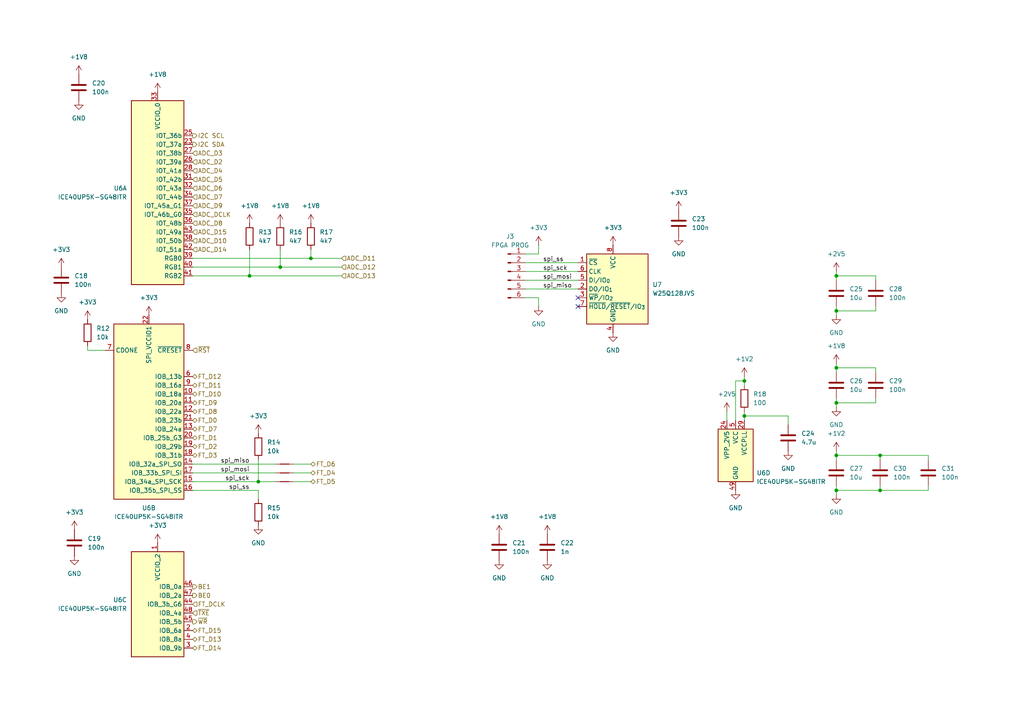
<source format=kicad_sch>
(kicad_sch (version 20250114) (generator "eeschema") (generator_version "9.0")
  (paper "A4")
  (title_block (title "FPGA") (date "2026-02-19") (rev "1") (company "Emmanuel Koutsouklakis") (comment 1 "Lattice iCE40 to handle CDC between ADC and FT600"))
  (lib_symbols
    (symbol "Connector:Conn_01x06_Pin" (pin_names (offset 1.016) (hide yes))
      (property "Reference" "J" (at 0 7.62 0))
      (property "Value" "Conn_01x06_Pin" (at 0 -10.16 0))
      (symbol "Conn_01x06_Pin_1_1"
        (rectangle (start 0.8636 5.207) (end 0 4.953) (stroke (width 0.1524)) (fill (type outline)))
        (rectangle (start 0.8636 2.667) (end 0 2.413) (stroke (width 0.1524)) (fill (type outline)))
        (rectangle (start 0.8636 0.127) (end 0 -0.127) (stroke (width 0.1524)) (fill (type outline)))
        (rectangle (start 0.8636 -2.413) (end 0 -2.667) (stroke (width 0.1524)) (fill (type outline)))
        (rectangle (start 0.8636 -4.953) (end 0 -5.207) (stroke (width 0.1524)) (fill (type outline)))
        (rectangle (start 0.8636 -7.493) (end 0 -7.747) (stroke (width 0.1524)) (fill (type outline)))
        (polyline (pts (xy 1.27 5.08) (xy 0.8636 5.08)) (stroke (width 0.1524)))
        (polyline (pts (xy 1.27 2.54) (xy 0.8636 2.54)) (stroke (width 0.1524)))
        (polyline (pts (xy 1.27 0) (xy 0.8636 0)) (stroke (width 0.1524)))
        (polyline (pts (xy 1.27 -2.54) (xy 0.8636 -2.54)) (stroke (width 0.1524)))
        (polyline (pts (xy 1.27 -5.08) (xy 0.8636 -5.08)) (stroke (width 0.1524)))
        (polyline (pts (xy 1.27 -7.62) (xy 0.8636 -7.62)) (stroke (width 0.1524)))
        (pin passive line (at 5.08 5.08 180) (length 3.81) (name "Pin_1") (number "1"))
        (pin passive line (at 5.08 2.54 180) (length 3.81) (name "Pin_2") (number "2"))
        (pin passive line (at 5.08 0 180) (length 3.81) (name "Pin_3") (number "3"))
        (pin passive line (at 5.08 -2.54 180) (length 3.81) (name "Pin_4") (number "4"))
        (pin passive line (at 5.08 -5.08 180) (length 3.81) (name "Pin_5") (number "5"))
        (pin passive line (at 5.08 -7.62 180) (length 3.81) (name "Pin_6") (number "6"))
      )
    )
    (symbol "Device:C" (pin_numbers (hide yes)) (pin_names (offset 0.254))
      (property "Reference" "C" (at 0.635 2.54 0))
      (property "Value" "C" (at 0.635 -2.54 0))
      (symbol "C_0_1"
        (polyline (pts (xy -2.032 0.762) (xy 2.032 0.762)) (stroke (width 0.508)))
        (polyline (pts (xy -2.032 -0.762) (xy 2.032 -0.762)) (stroke (width 0.508)))
      )
      (symbol "C_1_1"
        (pin passive line (at 0 3.81 270) (length 2.794) (name "~") (number "1"))
        (pin passive line (at 0 -3.81 90) (length 2.794) (name "~") (number "2"))
      )
    )
    (symbol "Device:NetTie_2" (pin_numbers (hide yes)) (pin_names (offset 0) (hide yes)) (in_bom no)
      (property "Reference" "NT" (at 0 1.27 0))
      (property "Value" "NetTie_2" (at 0 -1.27 0))
      (symbol "NetTie_2_0_1"
        (polyline (pts (xy -1.27 0) (xy 1.27 0)) (stroke (width 0.254)))
      )
      (symbol "NetTie_2_1_1"
        (pin passive line (at -2.54 0 0) (length 2.54) (name "1") (number "1"))
        (pin passive line (at 2.54 0 180) (length 2.54) (name "2") (number "2"))
      )
    )
    (symbol "Device:R" (pin_numbers (hide yes)) (pin_names (offset 0))
      (property "Reference" "R" (at 2.032 0 90))
      (property "Value" "R" (at 0 0 90))
      (symbol "R_0_1"
        (rectangle (start -1.016 -2.54) (end 1.016 2.54) (stroke (width 0.254)))
      )
      (symbol "R_1_1"
        (pin passive line (at 0 3.81 270) (length 1.27) (name "~") (number "1"))
        (pin passive line (at 0 -3.81 90) (length 1.27) (name "~") (number "2"))
      )
    )
    (symbol "FPGA_Lattice:ICE40UP5K-SG48ITR"
      (property "Reference" "U" (at -8.89 -29.21 0))
      (property "Value" "ICE40UP5K-SG48ITR" (at 0 -31.75 0))
      (symbol "ICE40UP5K-SG48ITR_1_1"
        (rectangle (start -7.62 25.4) (end 7.62 -27.94) (stroke (width 0.254)) (fill (type background)))
        (pin bidirectional line (at -10.16 15.24 0) (length 2.54) (name "IOT_36b") (number "25"))
        (pin bidirectional line (at -10.16 12.7 0) (length 2.54) (name "IOT_37a") (number "23"))
        (pin bidirectional line (at -10.16 10.16 0) (length 2.54) (name "IOT_38b") (number "27"))
        (pin bidirectional line (at -10.16 7.62 0) (length 2.54) (name "IOT_39a") (number "26"))
        (pin bidirectional line (at -10.16 5.08 0) (length 2.54) (name "IOT_41a") (number "28"))
        (pin bidirectional line (at -10.16 2.54 0) (length 2.54) (name "IOT_42b") (number "31"))
        (pin bidirectional line (at -10.16 0 0) (length 2.54) (name "IOT_43a") (number "32"))
        (pin bidirectional line (at -10.16 -2.54 0) (length 2.54) (name "IOT_44b") (number "34"))
        (pin bidirectional line (at -10.16 -5.08 0) (length 2.54) (name "IOT_45a_G1") (number "37"))
        (pin bidirectional line (at -10.16 -7.62 0) (length 2.54) (name "IOT_46b_G0") (number "35"))
        (pin bidirectional line (at -10.16 -10.16 0) (length 2.54) (name "IOT_48b") (number "36"))
        (pin bidirectional line (at -10.16 -12.7 0) (length 2.54) (name "IOT_49a") (number "43"))
        (pin bidirectional line (at -10.16 -15.24 0) (length 2.54) (name "IOT_50b") (number "38"))
        (pin bidirectional line (at -10.16 -17.78 0) (length 2.54) (name "IOT_51a") (number "42"))
        (pin open_collector line (at -10.16 -20.32 0) (length 2.54) (name "RGB0") (number "39"))
        (pin open_collector line (at -10.16 -22.86 0) (length 2.54) (name "RGB1") (number "40"))
        (pin open_collector line (at -10.16 -25.4 0) (length 2.54) (name "RGB2") (number "41"))
        (pin power_in line (at 0 27.94 270) (length 2.54) (name "VCCIO_0") (number "33"))
      )
      (symbol "ICE40UP5K-SG48ITR_2_1"
        (rectangle (start -10.16 25.4) (end 10.16 -25.4) (stroke (width 0.254)) (fill (type background)))
        (pin input line (at -12.7 17.78 0) (length 2.54) (name "~{CRESET}") (number "8"))
        (pin bidirectional line (at -12.7 10.16 0) (length 2.54) (name "IOB_13b") (number "6"))
        (pin bidirectional line (at -12.7 7.62 0) (length 2.54) (name "IOB_16a") (number "9"))
        (pin bidirectional line (at -12.7 5.08 0) (length 2.54) (name "IOB_18a") (number "10"))
        (pin bidirectional line (at -12.7 2.54 0) (length 2.54) (name "IOB_20a") (number "11"))
        (pin bidirectional line (at -12.7 0 0) (length 2.54) (name "IOB_22a") (number "12"))
        (pin bidirectional line (at -12.7 -2.54 0) (length 2.54) (name "IOB_23b") (number "21"))
        (pin bidirectional line (at -12.7 -5.08 0) (length 2.54) (name "IOB_24a") (number "13"))
        (pin bidirectional line (at -12.7 -7.62 0) (length 2.54) (name "IOB_25b_G3") (number "20"))
        (pin bidirectional line (at -12.7 -10.16 0) (length 2.54) (name "IOB_29b") (number "19"))
        (pin bidirectional line (at -12.7 -12.7 0) (length 2.54) (name "IOB_31b") (number "18"))
        (pin bidirectional line (at -12.7 -15.24 0) (length 2.54) (name "IOB_32a_SPI_SO") (number "14"))
        (pin bidirectional line (at -12.7 -17.78 0) (length 2.54) (name "IOB_33b_SPI_SI") (number "17"))
        (pin bidirectional line (at -12.7 -20.32 0) (length 2.54) (name "IOB_34a_SPI_SCK") (number "15"))
        (pin bidirectional line (at -12.7 -22.86 0) (length 2.54) (name "IOB_35b_SPI_SS") (number "16"))
        (pin power_in line (at 0 27.94 270) (length 2.54) (name "SPI_VCCIO1") (number "22"))
        (pin open_collector line (at 12.7 17.78 180) (length 2.54) (name "CDONE") (number "7"))
      )
      (symbol "ICE40UP5K-SG48ITR_3_1"
        (rectangle (start -7.62 15.24) (end 7.62 -15.24) (stroke (width 0.254)) (fill (type background)))
        (pin bidirectional line (at -10.16 5.08 0) (length 2.54) (name "IOB_0a") (number "46"))
        (pin bidirectional line (at -10.16 2.54 0) (length 2.54) (name "IOB_2a") (number "47"))
        (pin bidirectional line (at -10.16 0 0) (length 2.54) (name "IOB_3b_G6") (number "44"))
        (pin bidirectional line (at -10.16 -2.54 0) (length 2.54) (name "IOB_4a") (number "48"))
        (pin bidirectional line (at -10.16 -5.08 0) (length 2.54) (name "IOB_5b") (number "45"))
        (pin bidirectional line (at -10.16 -7.62 0) (length 2.54) (name "IOB_6a") (number "2"))
        (pin bidirectional line (at -10.16 -10.16 0) (length 2.54) (name "IOB_8a") (number "4"))
        (pin bidirectional line (at -10.16 -12.7 0) (length 2.54) (name "IOB_9b") (number "3"))
        (pin power_in line (at 0 17.78 270) (length 2.54) (name "VCCIO_2") (number "1"))
      )
      (symbol "ICE40UP5K-SG48ITR_4_1"
        (rectangle (start -5.08 7.62) (end 5.08 -7.62) (stroke (width 0.254)) (fill (type background)))
        (pin power_in line (at -2.54 10.16 270) (length 2.54) (name "VPP_2V5") (number "24"))
        (pin passive line (at 0 10.16 270) (length 2.54) (hide yes) (name "VCC") (number "30"))
        (pin power_in line (at 0 10.16 270) (length 2.54) (name "VCC") (number "5"))
        (pin power_in line (at 0 -10.16 90) (length 2.54) (name "GND") (number "49"))
        (pin power_out line (at 2.54 10.16 270) (length 2.54) (name "VCCPLL") (number "29"))
      )
    )
    (symbol "Memory_Flash:W25Q128JVS"
      (property "Reference" "U" (at -6.35 11.43 0))
      (property "Value" "W25Q128JVS" (at 7.62 11.43 0))
      (symbol "W25Q128JVS_0_1"
        (rectangle (start -7.62 10.16) (end 10.16 -10.16) (stroke (width 0.254)) (fill (type background)))
      )
      (symbol "W25Q128JVS_1_1"
        (pin input line (at -10.16 7.62 0) (length 2.54) (name "~{CS}") (number "1"))
        (pin input line (at -10.16 5.08 0) (length 2.54) (name "CLK") (number "6"))
        (pin bidirectional line (at -10.16 2.54 0) (length 2.54) (name "DI/IO_{0}") (number "5"))
        (pin bidirectional line (at -10.16 0 0) (length 2.54) (name "DO/IO_{1}") (number "2"))
        (pin bidirectional line (at -10.16 -2.54 0) (length 2.54) (name "~{WP}/IO_{2}") (number "3"))
        (pin bidirectional line (at -10.16 -5.08 0) (length 2.54) (name "~{HOLD}/~{RESET}/IO_{3}") (number "7"))
        (pin power_in line (at 0 12.7 270) (length 2.54) (name "VCC") (number "8"))
        (pin power_in line (at 0 -12.7 90) (length 2.54) (name "GND") (number "4"))
      )
    )
    (symbol "power:+1V2" (power) (pin_numbers (hide yes)) (pin_names (offset 0) (hide yes))
      (property "Value" "+1V2" (at 0 3.556 0))
      (symbol "+1V2_0_1"
        (polyline (pts (xy -0.762 1.27) (xy 0 2.54)))
        (polyline (pts (xy 0 2.54) (xy 0.762 1.27)))
        (polyline (pts (xy 0 0) (xy 0 2.54)))
      )
      (symbol "+1V2_1_1"
        (pin power_in line (at 0 0 90) (length 0) (name "~") (number "1"))
      )
    )
    (symbol "power:+1V8" (power) (pin_numbers (hide yes)) (pin_names (offset 0) (hide yes))
      (property "Value" "+1V8" (at 0 3.556 0))
      (symbol "+1V8_0_1"
        (polyline (pts (xy -0.762 1.27) (xy 0 2.54)))
        (polyline (pts (xy 0 2.54) (xy 0.762 1.27)))
        (polyline (pts (xy 0 0) (xy 0 2.54)))
      )
      (symbol "+1V8_1_1"
        (pin power_in line (at 0 0 90) (length 0) (name "~") (number "1"))
      )
    )
    (symbol "power:+2V5" (power) (pin_numbers (hide yes)) (pin_names (offset 0) (hide yes))
      (property "Value" "+2V5" (at 0 3.556 0))
      (symbol "+2V5_0_1"
        (polyline (pts (xy -0.762 1.27) (xy 0 2.54)))
        (polyline (pts (xy 0 2.54) (xy 0.762 1.27)))
        (polyline (pts (xy 0 0) (xy 0 2.54)))
      )
      (symbol "+2V5_1_1"
        (pin power_in line (at 0 0 90) (length 0) (name "~") (number "1"))
      )
    )
    (symbol "power:+3V3" (power) (pin_numbers (hide yes)) (pin_names (offset 0) (hide yes))
      (property "Value" "+3V3" (at 0 3.556 0))
      (symbol "+3V3_0_1"
        (polyline (pts (xy -0.762 1.27) (xy 0 2.54)))
        (polyline (pts (xy 0 2.54) (xy 0.762 1.27)))
        (polyline (pts (xy 0 0) (xy 0 2.54)))
      )
      (symbol "+3V3_1_1"
        (pin power_in line (at 0 0 90) (length 0) (name "~") (number "1"))
      )
    )
    (symbol "power:GND" (power) (pin_numbers (hide yes)) (pin_names (offset 0) (hide yes))
      (property "Value" "GND" (at 0 -3.81 0))
      (symbol "GND_0_1"
        (polyline (pts (xy 0 0) (xy 0 -1.27) (xy 1.27 -1.27) (xy 0 -2.54) (xy -1.27 -1.27) (xy 0 -1.27)))
      )
      (symbol "GND_1_1"
        (pin power_in line (at 0 0 270) (length 0) (name "~") (number "1"))
      )
    )
  )
  (junction (at 90.17 74.93))
  (junction (at 74.93 139.7))
  (junction (at 255.27 132.08))
  (junction (at 255.27 142.24))
  (junction (at 242.57 90.17))
  (junction (at 242.57 142.24))
  (junction (at 242.57 132.08))
  (junction (at 215.9 120.65))
  (junction (at 215.9 110.49))
  (junction (at 81.28 77.47))
  (junction (at 72.39 80.01))
  (junction (at 242.57 106.68))
  (junction (at 242.57 80.01))
  (junction (at 242.57 116.84))
  (no_connect (at 167.64 88.9))
  (no_connect (at 167.64 86.36))
  (wire (pts (xy 156.21 88.9) (xy 156.21 86.36)))
  (wire (pts (xy 156.21 73.66) (xy 152.4 73.66)))
  (wire (pts (xy 74.93 139.7) (xy 80.01 139.7)))
  (wire (pts (xy 72.39 80.01) (xy 55.88 80.01)))
  (wire (pts (xy 55.88 137.16) (xy 80.01 137.16)))
  (wire (pts (xy 255.27 142.24) (xy 242.57 142.24)))
  (wire (pts (xy 213.36 110.49) (xy 215.9 110.49)))
  (wire (pts (xy 242.57 78.74) (xy 242.57 80.01)))
  (wire (pts (xy 81.28 72.39) (xy 81.28 77.47)))
  (wire (pts (xy 25.4 101.6) (xy 30.48 101.6)))
  (wire (pts (xy 255.27 132.08) (xy 242.57 132.08)))
  (wire (pts (xy 254 116.84) (xy 242.57 116.84)))
  (wire (pts (xy 242.57 106.68) (xy 242.57 107.95)))
  (wire (pts (xy 99.06 74.93) (xy 90.17 74.93)))
  (wire (pts (xy 254 115.57) (xy 254 116.84)))
  (wire (pts (xy 25.4 100.33) (xy 25.4 101.6)))
  (wire (pts (xy 269.24 132.08) (xy 255.27 132.08)))
  (wire (pts (xy 215.9 119.38) (xy 215.9 120.65)))
  (wire (pts (xy 210.82 119.38) (xy 210.82 121.92)))
  (wire (pts (xy 55.88 139.7) (xy 74.93 139.7)))
  (wire (pts (xy 156.21 71.12) (xy 156.21 73.66)))
  (wire (pts (xy 242.57 142.24) (xy 242.57 140.97)))
  (wire (pts (xy 254 90.17) (xy 242.57 90.17)))
  (wire (pts (xy 215.9 109.22) (xy 215.9 110.49)))
  (wire (pts (xy 242.57 90.17) (xy 242.57 88.9)))
  (wire (pts (xy 81.28 77.47) (xy 55.88 77.47)))
  (wire (pts (xy 152.4 78.74) (xy 167.64 78.74)))
  (wire (pts (xy 242.57 80.01) (xy 242.57 81.28)))
  (wire (pts (xy 254 107.95) (xy 254 106.68)))
  (wire (pts (xy 213.36 121.92) (xy 213.36 110.49)))
  (wire (pts (xy 242.57 143.51) (xy 242.57 142.24)))
  (wire (pts (xy 242.57 116.84) (xy 242.57 115.57)))
  (wire (pts (xy 242.57 118.11) (xy 242.57 116.84)))
  (wire (pts (xy 254 80.01) (xy 242.57 80.01)))
  (wire (pts (xy 156.21 86.36) (xy 152.4 86.36)))
  (wire (pts (xy 152.4 81.28) (xy 167.64 81.28)))
  (wire (pts (xy 242.57 133.35) (xy 242.57 132.08)))
  (wire (pts (xy 269.24 142.24) (xy 255.27 142.24)))
  (wire (pts (xy 55.88 134.62) (xy 80.01 134.62)))
  (wire (pts (xy 90.17 72.39) (xy 90.17 74.93)))
  (wire (pts (xy 254 88.9) (xy 254 90.17)))
  (wire (pts (xy 99.06 80.01) (xy 72.39 80.01)))
  (wire (pts (xy 215.9 120.65) (xy 215.9 121.92)))
  (wire (pts (xy 152.4 76.2) (xy 167.64 76.2)))
  (wire (pts (xy 254 81.28) (xy 254 80.01)))
  (wire (pts (xy 269.24 133.35) (xy 269.24 132.08)))
  (wire (pts (xy 269.24 140.97) (xy 269.24 142.24)))
  (wire (pts (xy 55.88 142.24) (xy 74.93 142.24)))
  (wire (pts (xy 74.93 142.24) (xy 74.93 144.78)))
  (wire (pts (xy 242.57 91.44) (xy 242.57 90.17)))
  (wire (pts (xy 152.4 83.82) (xy 167.64 83.82)))
  (wire (pts (xy 255.27 140.97) (xy 255.27 142.24)))
  (wire (pts (xy 228.6 120.65) (xy 215.9 120.65)))
  (wire (pts (xy 255.27 133.35) (xy 255.27 132.08)))
  (wire (pts (xy 228.6 123.19) (xy 228.6 120.65)))
  (wire (pts (xy 85.09 139.7) (xy 90.17 139.7)))
  (wire (pts (xy 99.06 77.47) (xy 81.28 77.47)))
  (wire (pts (xy 72.39 72.39) (xy 72.39 80.01)))
  (wire (pts (xy 242.57 105.41) (xy 242.57 106.68)))
  (wire (pts (xy 85.09 137.16) (xy 90.17 137.16)))
  (wire (pts (xy 242.57 106.68) (xy 254 106.68)))
  (wire (pts (xy 242.57 132.08) (xy 242.57 130.81)))
  (wire (pts (xy 90.17 74.93) (xy 55.88 74.93)))
  (wire (pts (xy 215.9 110.49) (xy 215.9 111.76)))
  (wire (pts (xy 74.93 133.35) (xy 74.93 139.7)))
  (wire (pts (xy 85.09 134.62) (xy 90.17 134.62)))
  (label "spi_mosi" (at 157.48 81.28 0))
  (label "spi_ss" (at 157.48 76.2 0))
  (label "spi_mosi" (at 72.39 137.16 180))
  (label "spi_miso" (at 157.48 83.82 0))
  (label "spi_sck" (at 72.39 139.7 180))
  (label "spi_sck" (at 157.48 78.74 0))
  (label "spi_ss" (at 72.39 142.24 180))
  (label "spi_miso" (at 72.39 134.62 180))
  (hierarchical_label "FT_D1" (shape bidirectional) (at 55.88 127 0))
  (hierarchical_label "FT_D5" (shape bidirectional) (at 90.17 139.7 0))
  (hierarchical_label "ADC_D6" (shape input) (at 55.88 54.61 0))
  (hierarchical_label "ADC_D14" (shape input) (at 55.88 72.39 0))
  (hierarchical_label "FT_D4" (shape bidirectional) (at 90.17 137.16 0))
  (hierarchical_label "BE1" (shape output) (at 55.88 170.18 0))
  (hierarchical_label "FT_D3" (shape bidirectional) (at 55.88 132.08 0))
  (hierarchical_label "FT_D12" (shape bidirectional) (at 55.88 109.22 0))
  (hierarchical_label "BE0" (shape output) (at 55.88 172.72 0))
  (hierarchical_label "FT_D10" (shape bidirectional) (at 55.88 114.3 0))
  (hierarchical_label "FT_D6" (shape bidirectional) (at 90.17 134.62 0))
  (hierarchical_label "FT_D9" (shape bidirectional) (at 55.88 116.84 0))
  (hierarchical_label "ADC_D8" (shape input) (at 55.88 64.77 0))
  (hierarchical_label "I2C SCL" (shape output) (at 55.88 39.37 0))
  (hierarchical_label "FT_D11" (shape bidirectional) (at 55.88 111.76 0))
  (hierarchical_label "ADC_D10" (shape input) (at 55.88 69.85 0))
  (hierarchical_label "ADC_D11" (shape input) (at 99.06 74.93 0))
  (hierarchical_label "FT_D14" (shape bidirectional) (at 55.88 187.96 0))
  (hierarchical_label "FT_D8" (shape bidirectional) (at 55.88 119.38 0))
  (hierarchical_label "FT_D13" (shape bidirectional) (at 55.88 185.42 0))
  (hierarchical_label "FT_D15" (shape bidirectional) (at 55.88 182.88 0))
  (hierarchical_label "FT_DCLK" (shape input) (at 55.88 175.26 0))
  (hierarchical_label "FT_D2" (shape bidirectional) (at 55.88 129.54 0))
  (hierarchical_label "~{TXE}" (shape input) (at 55.88 177.8 0))
  (hierarchical_label "ADC_D5" (shape input) (at 55.88 52.07 0))
  (hierarchical_label "ADC_D12" (shape input) (at 99.06 77.47 0))
  (hierarchical_label "FT_D7" (shape bidirectional) (at 55.88 124.46 0))
  (hierarchical_label "~{RST}" (shape input) (at 55.88 101.6 0) (effects (font (thickness 0.1588))))
  (hierarchical_label "ADC_D2" (shape input) (at 55.88 46.99 0))
  (hierarchical_label "ADC_D13" (shape input) (at 99.06 80.01 0))
  (hierarchical_label "ADC_D15" (shape input) (at 55.88 67.31 0))
  (hierarchical_label "ADC_DCLK" (shape input) (at 55.88 62.23 0))
  (hierarchical_label "ADC_D4" (shape input) (at 55.88 49.53 0))
  (hierarchical_label "ADC_D9" (shape input) (at 55.88 59.69 0))
  (hierarchical_label "~{WR}" (shape output) (at 55.88 180.34 0))
  (hierarchical_label "ADC_D7" (shape input) (at 55.88 57.15 0))
  (hierarchical_label "I2C SDA" (shape output) (at 55.88 41.91 0))
  (hierarchical_label "FT_D0" (shape bidirectional) (at 55.88 121.92 0))
  (hierarchical_label "ADC_D3" (shape input) (at 55.88 44.45 0))
  (symbol (lib_id "Device:C") (at 144.78 158.75 0) (unit 1)
    (property "Reference" "C21" (at 148.59 157.4799 0) (effects (justify left)))
    (property "Value" "100n" (at 148.59 160.0199 0) (effects (justify left)))
    (property "Footprint" "Capacitor_SMD:C_0603_1608Metric" (effects (hide yes)))
    (property "Description" "Unpolarized capacitor" (effects (hide yes)))
  )
  (symbol (lib_id "power:+1V8") (at 45.72 26.67 0) (mirror y) (unit 1)
    (property "Reference" "#PWR061" (effects (hide yes)))
    (property "Value" "+1V8" (at 45.72 21.59 0))
    (property "Description" "Power symbol creates a global label with name \"+1V8\"" (effects (hide yes)))
  )
  (symbol (lib_id "Device:C") (at 22.86 25.4 0) (unit 1)
    (property "Reference" "C20" (at 26.67 24.1299 0) (effects (justify left)))
    (property "Value" "100n" (at 26.67 26.6699 0) (effects (justify left)))
    (property "Footprint" "Capacitor_SMD:C_0603_1608Metric" (effects (hide yes)))
    (property "Description" "Unpolarized capacitor" (effects (hide yes)))
  )
  (symbol (lib_id "Device:C") (at 269.24 137.16 0) (unit 1)
    (property "Reference" "C31" (at 273.05 135.8899 0) (effects (justify left)))
    (property "Value" "100n" (at 273.05 138.4299 0) (effects (justify left)))
    (property "Footprint" "Capacitor_SMD:C_0603_1608Metric" (effects (hide yes)))
    (property "Description" "Unpolarized capacitor" (effects (hide yes)))
  )
  (symbol (lib_id "Device:C") (at 17.78 81.28 0) (unit 1)
    (property "Reference" "C18" (at 21.59 80.0099 0) (effects (justify left)))
    (property "Value" "100n" (at 21.59 82.5499 0) (effects (justify left)))
    (property "Footprint" "Capacitor_SMD:C_0603_1608Metric" (effects (hide yes)))
    (property "Description" "Unpolarized capacitor" (effects (hide yes)))
  )
  (symbol (lib_id "Device:NetTie_2") (at 82.55 134.62 0) (unit 1) (in_bom no)
    (property "Reference" "NT1" (effects (hide yes)))
    (property "Value" "NetTie_2" (effects (hide yes)))
    (property "Footprint" "NetTie:NetTie-2_SMD_Pad0.5mm" (effects (hide yes)))
    (property "Description" "Net tie, 2 pins" (effects (hide yes)))
  )
  (symbol (lib_id "Device:R") (at 74.93 129.54 0) (unit 1)
    (property "Reference" "R14" (at 77.47 128.2699 0) (effects (justify left)))
    (property "Value" "10k" (at 77.47 130.8099 0) (effects (justify left)))
    (property "Footprint" "Resistor_SMD:R_0603_1608Metric" (effects (hide yes)))
    (property "Description" "Resistor" (effects (hide yes)))
  )
  (symbol (lib_id "FPGA_Lattice:ICE40UP5K-SG48ITR") (at 43.18 119.38 0) (mirror y) (unit 2)
    (property "Reference" "U6" (at 43.18 147.32 0))
    (property "Value" "ICE40UP5K-SG48ITR" (at 43.18 149.86 0))
    (property "Footprint" "Package_DFN_QFN:QFN-48-1EP_7x7mm_P0.5mm_EP5.6x5.6mm" (effects (hide yes)))
    (property "Datasheet" "http://www.latticesemi.com/Products/FPGAandCPLD/iCE40Ultra" (effects (hide yes)))
    (property "Description" "iCE40 UltraPlus FPGA, 5280 LUTs, 1.2V, 48-pin QFN" (effects (hide yes)))
    (property "lcsc_id" "C2678152" (effects (hide yes)))
  )
  (symbol (lib_id "power:+1V8") (at 81.28 64.77 0) (unit 1)
    (property "Reference" "#PWR066" (effects (hide yes)))
    (property "Value" "+1V8" (at 81.28 59.69 0))
    (property "Description" "Power symbol creates a global label with name \"+1V8\"" (effects (hide yes)))
  )
  (symbol (lib_id "Device:NetTie_2") (at 82.55 139.7 0) (unit 1) (in_bom no)
    (property "Reference" "NT3" (effects (hide yes)))
    (property "Value" "NetTie_2" (effects (hide yes)))
    (property "Footprint" "NetTie:NetTie-2_SMD_Pad0.5mm" (effects (hide yes)))
    (property "Description" "Net tie, 2 pins" (effects (hide yes)))
  )
  (symbol (lib_id "power:+1V8") (at 72.39 64.77 0) (unit 1)
    (property "Reference" "#PWR063" (effects (hide yes)))
    (property "Value" "+1V8" (at 72.39 59.69 0))
    (property "Description" "Power symbol creates a global label with name \"+1V8\"" (effects (hide yes)))
  )
  (symbol (lib_id "power:+1V8") (at 242.57 78.74 0) (mirror y) (unit 1)
    (property "Reference" "#PWR082" (effects (hide yes)))
    (property "Value" "+2V5" (at 242.57 73.66 0))
    (property "Description" "Power symbol creates a global label with name \"+1V8\"" (effects (hide yes)))
  )
  (symbol (lib_id "power:+1V8") (at 22.86 21.59 0) (mirror y) (unit 1)
    (property "Reference" "#PWR057" (effects (hide yes)))
    (property "Value" "+1V8" (at 22.86 16.51 0))
    (property "Description" "Power symbol creates a global label with name \"+1V8\"" (effects (hide yes)))
  )
  (symbol (lib_id "Device:C") (at 255.27 137.16 0) (unit 1)
    (property "Reference" "C30" (at 259.08 135.8899 0) (effects (justify left)))
    (property "Value" "100n" (at 259.08 138.4299 0) (effects (justify left)))
    (property "Footprint" "Capacitor_SMD:C_0603_1608Metric" (effects (hide yes)))
    (property "Description" "Unpolarized capacitor" (effects (hide yes)))
  )
  (symbol (lib_id "FPGA_Lattice:ICE40UP5K-SG48ITR") (at 45.72 175.26 0) (mirror y) (unit 3)
    (property "Reference" "U6" (at 36.83 173.9899 0) (effects (justify left)))
    (property "Value" "ICE40UP5K-SG48ITR" (at 36.83 176.5299 0) (effects (justify left)))
    (property "Footprint" "Package_DFN_QFN:QFN-48-1EP_7x7mm_P0.5mm_EP5.6x5.6mm" (effects (hide yes)))
    (property "Datasheet" "http://www.latticesemi.com/Products/FPGAandCPLD/iCE40Ultra" (effects (hide yes)))
    (property "Description" "iCE40 UltraPlus FPGA, 5280 LUTs, 1.2V, 48-pin QFN" (effects (hide yes)))
    (property "lcsc_id" "C2678152" (effects (hide yes)))
  )
  (symbol (lib_id "power:GND") (at 156.21 88.9 0) (unit 1)
    (property "Reference" "#PWR071" (effects (hide yes)))
    (property "Value" "GND" (at 156.21 93.98 0))
    (property "Description" "Power symbol creates a global label with name \"GND\" , ground" (effects (hide yes)))
  )
  (symbol (lib_id "power:+3V3") (at 25.4 92.71 0) (unit 1)
    (property "Reference" "#PWR059" (effects (hide yes)))
    (property "Value" "+3V3" (at 25.4 87.63 0))
    (property "Description" "Power symbol creates a global label with name \"+3V3\"" (effects (hide yes)))
  )
  (symbol (lib_id "Device:C") (at 242.57 137.16 0) (unit 1)
    (property "Reference" "C27" (at 246.38 135.8899 0) (effects (justify left)))
    (property "Value" "10u" (at 246.38 138.4299 0) (effects (justify left)))
    (property "Footprint" "Capacitor_SMD:C_0603_1608Metric" (effects (hide yes)))
    (property "Description" "Unpolarized capacitor" (effects (hide yes)))
  )
  (symbol (lib_id "power:GND") (at 144.78 162.56 0) (unit 1)
    (property "Reference" "#PWR069" (effects (hide yes)))
    (property "Value" "GND" (at 144.78 167.64 0))
    (property "Description" "Power symbol creates a global label with name \"GND\" , ground" (effects (hide yes)))
  )
  (symbol (lib_id "Device:C") (at 254 111.76 0) (unit 1)
    (property "Reference" "C29" (at 257.81 110.4899 0) (effects (justify left)))
    (property "Value" "100n" (at 257.81 113.0299 0) (effects (justify left)))
    (property "Footprint" "Capacitor_SMD:C_0603_1608Metric" (effects (hide yes)))
    (property "Description" "Unpolarized capacitor" (effects (hide yes)))
  )
  (symbol (lib_id "power:GND") (at 177.8 96.52 0) (unit 1)
    (property "Reference" "#PWR075" (effects (hide yes)))
    (property "Value" "GND" (at 177.8 101.6 0))
    (property "Description" "Power symbol creates a global label with name \"GND\" , ground" (effects (hide yes)))
  )
  (symbol (lib_id "power:+3V3") (at 196.85 60.96 0) (unit 1)
    (property "Reference" "#PWR076" (effects (hide yes)))
    (property "Value" "+3V3" (at 196.85 55.88 0))
    (property "Description" "Power symbol creates a global label with name \"+3V3\"" (effects (hide yes)))
  )
  (symbol (lib_id "power:+1V8") (at 158.75 154.94 0) (unit 1)
    (property "Reference" "#PWR072" (effects (hide yes)))
    (property "Value" "+1V8" (at 158.75 149.86 0))
    (property "Description" "Power symbol creates a global label with name \"+1V8\"" (effects (hide yes)))
  )
  (symbol (lib_id "Device:R") (at 25.4 96.52 0) (unit 1)
    (property "Reference" "R12" (at 27.94 95.2499 0) (effects (justify left)))
    (property "Value" "10k" (at 27.94 97.7899 0) (effects (justify left)))
    (property "Footprint" "Resistor_SMD:R_0603_1608Metric" (effects (hide yes)))
    (property "Description" "Resistor" (effects (hide yes)))
  )
  (symbol (lib_id "power:+1V8") (at 144.78 154.94 0) (unit 1)
    (property "Reference" "#PWR068" (effects (hide yes)))
    (property "Value" "+1V8" (at 144.78 149.86 0))
    (property "Description" "Power symbol creates a global label with name \"+1V8\"" (effects (hide yes)))
  )
  (symbol (lib_id "power:GND") (at 74.93 152.4 0) (unit 1)
    (property "Reference" "#PWR065" (effects (hide yes)))
    (property "Value" "GND" (at 74.93 157.48 0))
    (property "Description" "Power symbol creates a global label with name \"GND\" , ground" (effects (hide yes)))
  )
  (symbol (lib_id "power:GND") (at 22.86 29.21 0) (unit 1)
    (property "Reference" "#PWR058" (effects (hide yes)))
    (property "Value" "GND" (at 22.86 34.29 0))
    (property "Description" "Power symbol creates a global label with name \"GND\" , ground" (effects (hide yes)))
  )
  (symbol (lib_id "Device:C") (at 242.57 85.09 0) (unit 1)
    (property "Reference" "C25" (at 246.38 83.8199 0) (effects (justify left)))
    (property "Value" "10u" (at 246.38 86.3599 0) (effects (justify left)))
    (property "Footprint" "Capacitor_SMD:C_0603_1608Metric" (effects (hide yes)))
    (property "Description" "Unpolarized capacitor" (effects (hide yes)))
  )
  (symbol (lib_id "power:+3V3") (at 156.21 71.12 0) (unit 1)
    (property "Reference" "#PWR070" (effects (hide yes)))
    (property "Value" "+3V3" (at 156.21 66.04 0))
    (property "Description" "Power symbol creates a global label with name \"+3V3\"" (effects (hide yes)))
  )
  (symbol (lib_id "Device:C") (at 21.59 157.48 0) (unit 1)
    (property "Reference" "C19" (at 25.4 156.2099 0) (effects (justify left)))
    (property "Value" "100n" (at 25.4 158.7499 0) (effects (justify left)))
    (property "Footprint" "Capacitor_SMD:C_0603_1608Metric" (effects (hide yes)))
    (property "Description" "Unpolarized capacitor" (effects (hide yes)))
  )
  (symbol (lib_id "power:GND") (at 213.36 142.24 0) (unit 1)
    (property "Reference" "#PWR079" (effects (hide yes)))
    (property "Value" "GND" (at 213.36 147.32 0))
    (property "Description" "Power symbol creates a global label with name \"GND\" , ground" (effects (hide yes)))
  )
  (symbol (lib_id "power:+1V8") (at 21.59 153.67 0) (mirror y) (unit 1)
    (property "Reference" "#PWR055" (effects (hide yes)))
    (property "Value" "+3V3" (at 21.59 148.59 0))
    (property "Description" "Power symbol creates a global label with name \"+1V8\"" (effects (hide yes)))
  )
  (symbol (lib_id "power:GND") (at 196.85 68.58 0) (unit 1)
    (property "Reference" "#PWR077" (effects (hide yes)))
    (property "Value" "GND" (at 196.85 73.66 0))
    (property "Description" "Power symbol creates a global label with name \"GND\" , ground" (effects (hide yes)))
  )
  (symbol (lib_id "Memory_Flash:W25Q128JVS") (at 177.8 83.82 0) (unit 1)
    (property "Reference" "U7" (at 189.23 82.5499 0) (effects (justify left)))
    (property "Value" "W25Q128JVS" (at 189.23 85.0899 0) (effects (justify left)))
    (property "Footprint" "Package_SO:SOIC-8_5.3x5.3mm_P1.27mm" (effects (hide yes)))
    (property "Datasheet" "https://www.winbond.com/resource-files/w25q128jv_dtr%20revc%2003272018%20plus.pdf" (effects (hide yes)))
    (property "Description" "128Mbit / 16MiB Serial Flash Memory, Standard/Dual/Quad SPI, 2.7-3.6V, SOIC-8" (effects (hide yes)))
    (property "lcsc_id" "C97521" (effects (hide yes)))
  )
  (symbol (lib_id "Device:NetTie_2") (at 82.55 137.16 0) (unit 1) (in_bom no)
    (property "Reference" "NT2" (effects (hide yes)))
    (property "Value" "NetTie_2" (effects (hide yes)))
    (property "Footprint" "NetTie:NetTie-2_SMD_Pad0.5mm" (effects (hide yes)))
    (property "Description" "Net tie, 2 pins" (effects (hide yes)))
  )
  (symbol (lib_id "power:+1V8") (at 17.78 77.47 0) (mirror y) (unit 1)
    (property "Reference" "#PWR053" (effects (hide yes)))
    (property "Value" "+3V3" (at 17.78 72.39 0))
    (property "Description" "Power symbol creates a global label with name \"+1V8\"" (effects (hide yes)))
  )
  (symbol (lib_id "power:+3V3") (at 45.72 157.48 0) (unit 1)
    (property "Reference" "#PWR062" (effects (hide yes)))
    (property "Value" "+3V3" (at 45.72 152.4 0))
    (property "Description" "Power symbol creates a global label with name \"+3V3\"" (effects (hide yes)))
  )
  (symbol (lib_id "power:GND") (at 228.6 130.81 0) (unit 1)
    (property "Reference" "#PWR081" (effects (hide yes)))
    (property "Value" "GND" (at 228.6 135.89 0))
    (property "Description" "Power symbol creates a global label with name \"GND\" , ground" (effects (hide yes)))
  )
  (symbol (lib_id "Device:R") (at 74.93 148.59 0) (unit 1)
    (property "Reference" "R15" (at 77.47 147.3199 0) (effects (justify left)))
    (property "Value" "10k" (at 77.47 149.8599 0) (effects (justify left)))
    (property "Footprint" "Resistor_SMD:R_0603_1608Metric" (effects (hide yes)))
    (property "Description" "Resistor" (effects (hide yes)))
  )
  (symbol (lib_id "power:+1V2") (at 215.9 109.22 0) (unit 1)
    (property "Reference" "#PWR080" (effects (hide yes)))
    (property "Value" "+1V2" (at 215.9 104.14 0))
    (property "Description" "Power symbol creates a global label with name \"+1V2\"" (effects (hide yes)))
  )
  (symbol (lib_id "power:GND") (at 242.57 91.44 0) (unit 1)
    (property "Reference" "#PWR083" (effects (hide yes)))
    (property "Value" "GND" (at 242.57 96.52 0))
    (property "Description" "Power symbol creates a global label with name \"GND\" , ground" (effects (hide yes)))
  )
  (symbol (lib_id "power:+3V3") (at 43.18 91.44 0) (unit 1)
    (property "Reference" "#PWR060" (effects (hide yes)))
    (property "Value" "+3V3" (at 43.18 86.36 0))
    (property "Description" "Power symbol creates a global label with name \"+3V3\"" (effects (hide yes)))
  )
  (symbol (lib_id "Device:R") (at 81.28 68.58 0) (unit 1)
    (property "Reference" "R16" (at 83.82 67.3099 0) (effects (justify left)))
    (property "Value" "4k7" (at 83.82 69.8499 0) (effects (justify left)))
    (property "Footprint" "Resistor_SMD:R_0603_1608Metric" (effects (hide yes)))
    (property "Description" "Resistor" (effects (hide yes)))
  )
  (symbol (lib_id "Connector:Conn_01x06_Pin") (at 147.32 78.74 0) (unit 1)
    (property "Reference" "J3" (at 147.955 68.58 0))
    (property "Value" "FPGA PROG" (at 147.955 71.12 0))
    (property "Footprint" "Connector_PinHeader_2.54mm:PinHeader_1x06_P2.54mm_Vertical" (effects (hide yes)))
    (property "Description" "Generic connector, single row, 01x06, script generated" (effects (hide yes)))
  )
  (symbol (lib_id "power:+1V8") (at 242.57 105.41 0) (mirror y) (unit 1)
    (property "Reference" "#PWR084" (effects (hide yes)))
    (property "Value" "+1V8" (at 242.57 100.33 0))
    (property "Description" "Power symbol creates a global label with name \"+1V8\"" (effects (hide yes)))
  )
  (symbol (lib_id "FPGA_Lattice:ICE40UP5K-SG48ITR") (at 45.72 54.61 0) (mirror y) (unit 1)
    (property "Reference" "U6" (at 36.83 54.6099 0) (effects (justify left)))
    (property "Value" "ICE40UP5K-SG48ITR" (at 36.83 57.1499 0) (effects (justify left)))
    (property "Footprint" "Package_DFN_QFN:QFN-48-1EP_7x7mm_P0.5mm_EP5.6x5.6mm" (effects (hide yes)))
    (property "Datasheet" "http://www.latticesemi.com/Products/FPGAandCPLD/iCE40Ultra" (effects (hide yes)))
    (property "Description" "iCE40 UltraPlus FPGA, 5280 LUTs, 1.2V, 48-pin QFN" (effects (hide yes)))
    (property "lcsc_id" "C2678152" (effects (hide yes)))
  )
  (symbol (lib_id "power:+3V3") (at 74.93 125.73 0) (unit 1)
    (property "Reference" "#PWR064" (effects (hide yes)))
    (property "Value" "+3V3" (at 74.93 120.65 0))
    (property "Description" "Power symbol creates a global label with name \"+3V3\"" (effects (hide yes)))
  )
  (symbol (lib_id "power:+2V5") (at 210.82 119.38 0) (unit 1)
    (property "Reference" "#PWR078" (effects (hide yes)))
    (property "Value" "+2V5" (at 210.82 114.3 0))
    (property "Description" "Power symbol creates a global label with name \"+2V5\"" (effects (hide yes)))
  )
  (symbol (lib_id "FPGA_Lattice:ICE40UP5K-SG48ITR") (at 213.36 132.08 0) (unit 4)
    (property "Reference" "U6" (at 219.456 137.16 0) (effects (justify left)))
    (property "Value" "ICE40UP5K-SG48ITR" (at 219.456 139.7 0) (effects (justify left)))
    (property "Footprint" "Package_DFN_QFN:QFN-48-1EP_7x7mm_P0.5mm_EP5.6x5.6mm" (effects (hide yes)))
    (property "Datasheet" "http://www.latticesemi.com/Products/FPGAandCPLD/iCE40Ultra" (effects (hide yes)))
    (property "Description" "iCE40 UltraPlus FPGA, 5280 LUTs, 1.2V, 48-pin QFN" (effects (hide yes)))
    (property "lcsc_id" "C2678152" (effects (hide yes)))
  )
  (symbol (lib_id "power:GND") (at 242.57 143.51 0) (unit 1)
    (property "Reference" "#PWR087" (effects (hide yes)))
    (property "Value" "GND" (at 242.57 148.59 0))
    (property "Description" "Power symbol creates a global label with name \"GND\" , ground" (effects (hide yes)))
  )
  (symbol (lib_id "Device:R") (at 215.9 115.57 0) (unit 1)
    (property "Reference" "R18" (at 218.44 114.2999 0) (effects (justify left)))
    (property "Value" "100" (at 218.44 116.8399 0) (effects (justify left)))
    (property "Footprint" "Resistor_SMD:R_0603_1608Metric" (effects (hide yes)))
    (property "Description" "Resistor" (effects (hide yes)))
  )
  (symbol (lib_id "power:+1V8") (at 242.57 130.81 0) (mirror y) (unit 1)
    (property "Reference" "#PWR086" (effects (hide yes)))
    (property "Value" "+1V2" (at 242.57 125.73 0))
    (property "Description" "Power symbol creates a global label with name \"+1V8\"" (effects (hide yes)))
  )
  (symbol (lib_id "power:GND") (at 158.75 162.56 0) (unit 1)
    (property "Reference" "#PWR073" (effects (hide yes)))
    (property "Value" "GND" (at 158.75 167.64 0))
    (property "Description" "Power symbol creates a global label with name \"GND\" , ground" (effects (hide yes)))
  )
  (symbol (lib_id "power:GND") (at 21.59 161.29 0) (unit 1)
    (property "Reference" "#PWR056" (effects (hide yes)))
    (property "Value" "GND" (at 21.59 166.37 0))
    (property "Description" "Power symbol creates a global label with name \"GND\" , ground" (effects (hide yes)))
  )
  (symbol (lib_id "Device:R") (at 90.17 68.58 0) (unit 1)
    (property "Reference" "R17" (at 92.71 67.3099 0) (effects (justify left)))
    (property "Value" "4k7" (at 92.71 69.8499 0) (effects (justify left)))
    (property "Footprint" "Resistor_SMD:R_0603_1608Metric" (effects (hide yes)))
    (property "Description" "Resistor" (effects (hide yes)))
  )
  (symbol (lib_id "Device:C") (at 242.57 111.76 0) (unit 1)
    (property "Reference" "C26" (at 246.38 110.4899 0) (effects (justify left)))
    (property "Value" "10u" (at 246.38 113.0299 0) (effects (justify left)))
    (property "Footprint" "Capacitor_SMD:C_0603_1608Metric" (effects (hide yes)))
    (property "Description" "Unpolarized capacitor" (effects (hide yes)))
  )
  (symbol (lib_id "power:+1V8") (at 90.17 64.77 0) (unit 1)
    (property "Reference" "#PWR067" (effects (hide yes)))
    (property "Value" "+1V8" (at 90.17 59.69 0))
    (property "Description" "Power symbol creates a global label with name \"+1V8\"" (effects (hide yes)))
  )
  (symbol (lib_id "power:GND") (at 17.78 85.09 0) (unit 1)
    (property "Reference" "#PWR054" (effects (hide yes)))
    (property "Value" "GND" (at 17.78 90.17 0))
    (property "Description" "Power symbol creates a global label with name \"GND\" , ground" (effects (hide yes)))
  )
  (symbol (lib_id "Device:C") (at 254 85.09 0) (unit 1)
    (property "Reference" "C28" (at 257.81 83.8199 0) (effects (justify left)))
    (property "Value" "100n" (at 257.81 86.3599 0) (effects (justify left)))
    (property "Footprint" "Capacitor_SMD:C_0603_1608Metric" (effects (hide yes)))
    (property "Description" "Unpolarized capacitor" (effects (hide yes)))
  )
  (symbol (lib_id "power:GND") (at 242.57 118.11 0) (unit 1)
    (property "Reference" "#PWR085" (effects (hide yes)))
    (property "Value" "GND" (at 242.57 123.19 0))
    (property "Description" "Power symbol creates a global label with name \"GND\" , ground" (effects (hide yes)))
  )
  (symbol (lib_id "Device:C") (at 196.85 64.77 0) (unit 1)
    (property "Reference" "C23" (at 200.66 63.4999 0) (effects (justify left)))
    (property "Value" "100n" (at 200.66 66.0399 0) (effects (justify left)))
    (property "Footprint" "Capacitor_SMD:C_0603_1608Metric" (effects (hide yes)))
    (property "Description" "Unpolarized capacitor" (effects (hide yes)))
  )
  (symbol (lib_id "Device:R") (at 72.39 68.58 0) (unit 1)
    (property "Reference" "R13" (at 74.93 67.3099 0) (effects (justify left)))
    (property "Value" "4k7" (at 74.93 69.8499 0) (effects (justify left)))
    (property "Footprint" "Resistor_SMD:R_0603_1608Metric" (effects (hide yes)))
    (property "Description" "Resistor" (effects (hide yes)))
  )
  (symbol (lib_id "Device:C") (at 228.6 127 0) (unit 1)
    (property "Reference" "C24" (at 232.41 125.7299 0) (effects (justify left)))
    (property "Value" "4.7u" (at 232.41 128.2699 0) (effects (justify left)))
    (property "Footprint" "Capacitor_SMD:C_0603_1608Metric" (effects (hide yes)))
    (property "Description" "Unpolarized capacitor" (effects (hide yes)))
  )
  (symbol (lib_id "Device:C") (at 158.75 158.75 0) (unit 1)
    (property "Reference" "C22" (at 162.56 157.4799 0) (effects (justify left)))
    (property "Value" "1n" (at 162.56 160.0199 0) (effects (justify left)))
    (property "Footprint" "Capacitor_SMD:C_0603_1608Metric" (effects (hide yes)))
    (property "Description" "Unpolarized capacitor" (effects (hide yes)))
  )
  (symbol (lib_id "power:+3V3") (at 177.8 71.12 0) (unit 1)
    (property "Reference" "#PWR074" (effects (hide yes)))
    (property "Value" "+3V3" (at 177.8 66.04 0))
    (property "Description" "Power symbol creates a global label with name \"+3V3\"" (effects (hide yes)))
  )
)
</source>
